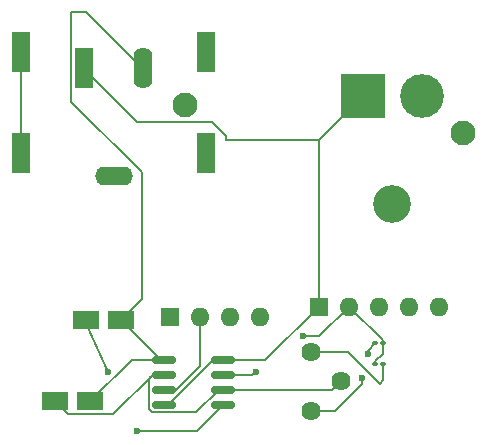
<source format=gbr>
%TF.GenerationSoftware,KiCad,Pcbnew,9.0.0*%
%TF.CreationDate,2025-03-20T16:07:02+05:30*%
%TF.ProjectId,demo-2,64656d6f-2d32-42e6-9b69-6361645f7063,rev?*%
%TF.SameCoordinates,Original*%
%TF.FileFunction,Copper,L1,Top*%
%TF.FilePolarity,Positive*%
%FSLAX46Y46*%
G04 Gerber Fmt 4.6, Leading zero omitted, Abs format (unit mm)*
G04 Created by KiCad (PCBNEW 9.0.0) date 2025-03-20 16:07:02*
%MOMM*%
%LPD*%
G01*
G04 APERTURE LIST*
G04 Aperture macros list*
%AMRoundRect*
0 Rectangle with rounded corners*
0 $1 Rounding radius*
0 $2 $3 $4 $5 $6 $7 $8 $9 X,Y pos of 4 corners*
0 Add a 4 corners polygon primitive as box body*
4,1,4,$2,$3,$4,$5,$6,$7,$8,$9,$2,$3,0*
0 Add four circle primitives for the rounded corners*
1,1,$1+$1,$2,$3*
1,1,$1+$1,$4,$5*
1,1,$1+$1,$6,$7*
1,1,$1+$1,$8,$9*
0 Add four rect primitives between the rounded corners*
20,1,$1+$1,$2,$3,$4,$5,0*
20,1,$1+$1,$4,$5,$6,$7,0*
20,1,$1+$1,$6,$7,$8,$9,0*
20,1,$1+$1,$8,$9,$2,$3,0*%
G04 Aperture macros list end*
%TA.AperFunction,Conductor*%
%ADD10C,0.200000*%
%TD*%
%TA.AperFunction,SMDPad,CuDef*%
%ADD11R,2.200000X1.600000*%
%TD*%
%TA.AperFunction,ComponentPad*%
%ADD12R,1.600000X3.500000*%
%TD*%
%TA.AperFunction,ComponentPad*%
%ADD13O,1.600000X3.500000*%
%TD*%
%TA.AperFunction,ComponentPad*%
%ADD14C,2.100000*%
%TD*%
%TA.AperFunction,ComponentPad*%
%ADD15O,3.200000X1.600000*%
%TD*%
%TA.AperFunction,SMDPad,CuDef*%
%ADD16RoundRect,0.100000X-0.130000X-0.100000X0.130000X-0.100000X0.130000X0.100000X-0.130000X0.100000X0*%
%TD*%
%TA.AperFunction,ComponentPad*%
%ADD17R,3.700000X3.700000*%
%TD*%
%TA.AperFunction,ComponentPad*%
%ADD18C,3.700000*%
%TD*%
%TA.AperFunction,ComponentPad*%
%ADD19C,3.200000*%
%TD*%
%TA.AperFunction,SMDPad,CuDef*%
%ADD20RoundRect,0.150000X-0.825000X-0.150000X0.825000X-0.150000X0.825000X0.150000X-0.825000X0.150000X0*%
%TD*%
%TA.AperFunction,ComponentPad*%
%ADD21C,1.620000*%
%TD*%
%TA.AperFunction,ComponentPad*%
%ADD22R,1.600000X1.600000*%
%TD*%
%TA.AperFunction,ComponentPad*%
%ADD23O,1.600000X1.600000*%
%TD*%
%TA.AperFunction,ViaPad*%
%ADD24C,0.600000*%
%TD*%
G04 APERTURE END LIST*
D10*
%TO.N,Net-(U1-Q)*%
X134000000Y-88500000D02*
X134000000Y-89000000D01*
%TO.N,Net-(U1-CV)*%
X126500000Y-93500000D02*
X124500000Y-89000000D01*
%TD*%
D11*
%TO.P,C1,1*%
%TO.N,Net-(U1-CV)*%
X124640000Y-89120000D03*
%TO.P,C1,2*%
%TO.N,GND*%
X127640000Y-89120000D03*
%TD*%
D12*
%TO.P,J2,1,Pin_1*%
%TO.N,Net-(J1-Pin_1)*%
X124500000Y-67787500D03*
D13*
%TO.P,J2,2,Pin_2*%
%TO.N,GND*%
X129500000Y-67787500D03*
D14*
%TO.P,J2,3*%
%TO.N,N/C*%
X133000000Y-70937500D03*
D15*
%TO.P,J2,4*%
X127000000Y-76937500D03*
D12*
%TO.P,J2,SH*%
X119150000Y-66437500D03*
X119150000Y-74937500D03*
X134850000Y-66437500D03*
X134850000Y-74937500D03*
%TD*%
D16*
%TO.P,D2,1,K*%
%TO.N,Net-(D2-K)*%
X149155000Y-91050000D03*
%TO.P,D2,2,A*%
%TO.N,Net-(D2-A)*%
X149795000Y-91050000D03*
%TD*%
D17*
%TO.P,J1,1,Pin_1*%
%TO.N,Net-(J1-Pin_1)*%
X148090000Y-70150000D03*
D18*
%TO.P,J1,2,Pin_2*%
%TO.N,Net-(J1-Pin_2)*%
X153090000Y-70150000D03*
D14*
%TO.P,J1,3*%
%TO.N,N/C*%
X156590000Y-73300000D03*
D19*
%TO.P,J1,4*%
X150590000Y-79300000D03*
%TD*%
D20*
%TO.P,U1,1,GND*%
%TO.N,GND*%
X131265000Y-92495000D03*
%TO.P,U1,2,TR*%
%TO.N,Net-(U1-THR)*%
X131265000Y-93765000D03*
%TO.P,U1,3,Q*%
%TO.N,Net-(U1-Q)*%
X131265000Y-95035000D03*
%TO.P,U1,4,R*%
%TO.N,Net-(J1-Pin_1)*%
X131265000Y-96305000D03*
%TO.P,U1,5,CV*%
%TO.N,Net-(U1-CV)*%
X136215000Y-96305000D03*
%TO.P,U1,6,THR*%
%TO.N,Net-(U1-THR)*%
X136215000Y-95035000D03*
%TO.P,U1,7,DIS*%
%TO.N,Net-(D2-A)*%
X136215000Y-93765000D03*
%TO.P,U1,8,VCC*%
%TO.N,Net-(J1-Pin_1)*%
X136215000Y-92495000D03*
%TD*%
D21*
%TO.P,RV1,1,1*%
%TO.N,Net-(D3-A)*%
X143740000Y-91800000D03*
%TO.P,RV1,2,2*%
%TO.N,Net-(U1-THR)*%
X146240000Y-94300000D03*
%TO.P,RV1,3,3*%
%TO.N,Net-(D2-K)*%
X143740000Y-96800000D03*
%TD*%
D11*
%TO.P,C2,1*%
%TO.N,Net-(U1-THR)*%
X122000000Y-96000000D03*
%TO.P,C2,2*%
%TO.N,GND*%
X125000000Y-96000000D03*
%TD*%
D16*
%TO.P,D3,1,K*%
%TO.N,Net-(D2-A)*%
X149155000Y-92800000D03*
%TO.P,D3,2,A*%
%TO.N,Net-(D3-A)*%
X149795000Y-92800000D03*
%TD*%
D22*
%TO.P,R1,1*%
%TO.N,Net-(Q1-G)*%
X131740000Y-88870000D03*
D23*
%TO.P,R1,2*%
%TO.N,Net-(U1-Q)*%
X134280000Y-88870000D03*
%TO.P,R1,3*%
%TO.N,N/C*%
X136820000Y-88870000D03*
%TO.P,R1,4*%
X139360000Y-88870000D03*
%TD*%
D22*
%TO.P,R2,1*%
%TO.N,Net-(J1-Pin_1)*%
X144340000Y-88000000D03*
D23*
%TO.P,R2,2*%
%TO.N,Net-(D2-A)*%
X146880000Y-88000000D03*
%TO.P,R2,3*%
%TO.N,N/C*%
X149420000Y-88000000D03*
%TO.P,R2,4*%
X151960000Y-88000000D03*
%TO.P,R2,5*%
X154500000Y-88000000D03*
%TD*%
D24*
%TO.N,Net-(U1-CV)*%
X126500000Y-93500000D03*
X129000000Y-98500000D03*
%TO.N,Net-(D2-K)*%
X148500000Y-92000000D03*
X148000000Y-94000000D03*
%TO.N,Net-(D2-A)*%
X143000000Y-90500000D03*
X139000000Y-93500000D03*
X143000000Y-90500000D03*
X143000000Y-90500000D03*
%TD*%
D10*
%TO.N,*%
X119150000Y-66500000D02*
X119150000Y-75000000D01*
%TO.N,Net-(U1-CV)*%
X134020000Y-98500000D02*
X129000000Y-98500000D01*
X136215000Y-96305000D02*
X134020000Y-98500000D01*
%TO.N,GND*%
X131015000Y-92495000D02*
X127640000Y-89120000D01*
X124650000Y-63000000D02*
X129500000Y-67850000D01*
X129401000Y-87359000D02*
X129401000Y-76599470D01*
X123419000Y-70617470D02*
X123419000Y-63000000D01*
X123419000Y-63000000D02*
X124650000Y-63000000D01*
X129401000Y-76599470D02*
X123419000Y-70617470D01*
X128505000Y-92495000D02*
X131265000Y-92495000D01*
X127640000Y-89120000D02*
X129401000Y-87359000D01*
X125000000Y-96000000D02*
X128505000Y-92495000D01*
X131265000Y-92495000D02*
X131015000Y-92495000D01*
%TO.N,Net-(U1-THR)*%
X130290001Y-93765000D02*
X129989000Y-94066001D01*
X130290001Y-93765000D02*
X126954001Y-97101000D01*
X129989000Y-96645968D02*
X130249032Y-96906000D01*
X129989000Y-94066001D02*
X129989000Y-96645968D01*
X145505000Y-95035000D02*
X146240000Y-94300000D01*
X136215000Y-95035000D02*
X145505000Y-95035000D01*
X135868032Y-95035000D02*
X136215000Y-95035000D01*
X133997032Y-96906000D02*
X135868032Y-95035000D01*
X131265000Y-93765000D02*
X130290001Y-93765000D01*
X123101000Y-97101000D02*
X122000000Y-96000000D01*
X126954001Y-97101000D02*
X123101000Y-97101000D01*
X130249032Y-96906000D02*
X133997032Y-96906000D01*
%TO.N,Net-(D2-K)*%
X148000000Y-94500000D02*
X148000000Y-94101000D01*
X143740000Y-96800000D02*
X145700000Y-96800000D01*
X148500000Y-91705000D02*
X149155000Y-91050000D01*
X148500000Y-92000000D02*
X148500000Y-91705000D01*
X145700000Y-96800000D02*
X148000000Y-94500000D01*
%TO.N,Net-(D2-A)*%
X149795000Y-90850001D02*
X149795000Y-91050000D01*
X149795000Y-91050000D02*
X149795000Y-91960001D01*
X139000000Y-93500000D02*
X138735000Y-93765000D01*
X144380000Y-90500000D02*
X143000000Y-90500000D01*
X146880000Y-88000000D02*
X144380000Y-90500000D01*
X149795000Y-91960001D02*
X149155000Y-92600001D01*
X149155000Y-92600001D02*
X149155000Y-92800000D01*
X146944999Y-88000000D02*
X149795000Y-90850001D01*
X138735000Y-93765000D02*
X136215000Y-93765000D01*
X146880000Y-88000000D02*
X146944999Y-88000000D01*
%TO.N,Net-(D3-A)*%
X149500000Y-94500000D02*
X149795000Y-94205000D01*
X149795000Y-94205000D02*
X149795000Y-92800000D01*
X143740000Y-91800000D02*
X146800000Y-91800000D01*
X146800000Y-91800000D02*
X149500000Y-94500000D01*
%TO.N,Net-(J1-Pin_1)*%
X136500000Y-73900000D02*
X136500000Y-73538000D01*
X144340000Y-88000000D02*
X139845000Y-92495000D01*
X144340000Y-73900000D02*
X144340000Y-88000000D01*
X131611968Y-96305000D02*
X131265000Y-96305000D01*
X135293000Y-72331000D02*
X128981000Y-72331000D01*
X136500000Y-73538000D02*
X135293000Y-72331000D01*
X135421968Y-92495000D02*
X131611968Y-96305000D01*
X144340000Y-73900000D02*
X136500000Y-73900000D01*
X139845000Y-92495000D02*
X136215000Y-92495000D01*
X136215000Y-92495000D02*
X135421968Y-92495000D01*
X128981000Y-72331000D02*
X124500000Y-67850000D01*
X148090000Y-70150000D02*
X144340000Y-73900000D01*
%TO.N,Net-(U1-Q)*%
X134280000Y-88870000D02*
X134280000Y-92994999D01*
X132239999Y-95035000D02*
X131265000Y-95035000D01*
X134280000Y-92994999D02*
X132239999Y-95035000D01*
%TD*%
M02*

</source>
